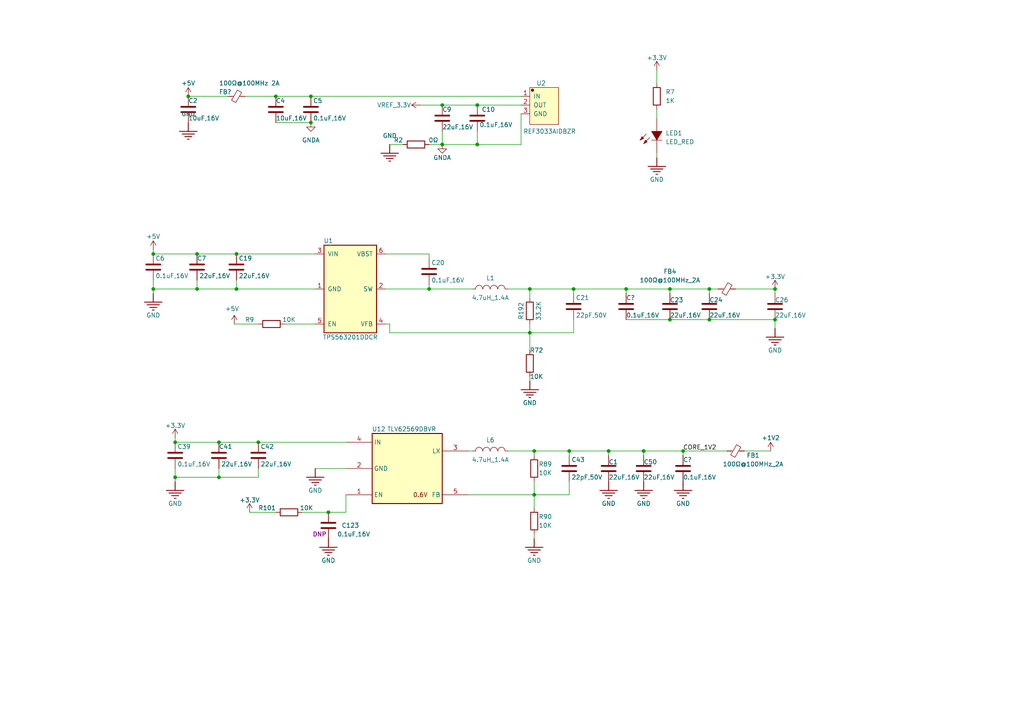
<source format=kicad_sch>
(kicad_sch (version 20230121) (generator eeschema)
  (paper "A4")
  (title_block (title "HPM5E00EVK") (date "2024-04-06") (rev "RevB") (comment 1 "POWER"))
  (lib_symbols
    (symbol "00_HPM_power:+1V2" (power) (pin_names (offset 0))
      (property "Value" "+1V2" (at 0 3.556 0))
      (symbol "+1V2_0_1"
        (polyline (pts (xy -0.762 1.27) (xy 0 2.54)))
        (polyline (pts (xy 0 0) (xy 0 2.54)))
        (polyline (pts (xy 0 2.54) (xy 0.762 1.27)))
      )
      (symbol "+1V2_1_1"
        (pin power_in line (at 0 0 90) (length 0) hide (name "+1V2") (number "1"))
      )
    )
    (symbol "00_HPM_power:+3.3V" (power) (pin_names (offset 0))
      (property "Value" "+3.3V" (at 0 3.556 0))
      (symbol "+3.3V_0_1"
        (polyline (pts (xy -0.762 1.27) (xy 0 2.54)))
        (polyline (pts (xy 0 0) (xy 0 2.54)))
        (polyline (pts (xy 0 2.54) (xy 0.762 1.27)))
      )
      (symbol "+3.3V_1_1"
        (pin power_in line (at 0 0 90) (length 0) hide (name "+3.3V") (number "1"))
      )
    )
    (symbol "00_HPM_power:+5V" (power) (pin_names (offset 0))
      (property "Value" "+5V" (at 0 3.556 0))
      (symbol "+5V_0_1"
        (polyline (pts (xy -0.762 1.27) (xy 0 2.54)))
        (polyline (pts (xy 0 0) (xy 0 2.54)))
        (polyline (pts (xy 0 2.54) (xy 0.762 1.27)))
      )
      (symbol "+5V_1_1"
        (pin power_in line (at 0 0 90) (length 0) hide (name "+5V") (number "1"))
      )
    )
    (symbol "00_HPM_power:GND" (power)
      (property "Value" "GND" (at 0 -6.35 0))
      (symbol "GND_0_0"
        (polyline (pts (xy -2.54 -2.54) (xy 2.54 -2.54)) (stroke (width 0.254)))
        (polyline (pts (xy -1.778 -3.302) (xy 1.778 -3.302)) (stroke (width 0.254)))
        (polyline (pts (xy -1.016 -4.064) (xy 1.016 -4.064)) (stroke (width 0.254)))
        (polyline (pts (xy -0.254 -4.826) (xy 0.254 -4.826)) (stroke (width 0.254)))
        (polyline (pts (xy 0 0) (xy 0 -2.54)) (stroke (width 0.254)))
        (pin power_in line (at 0 0 0) (length 0) hide (name "GND") (number ""))
      )
    )
    (symbol "00_HPM_power:GNDA" (power) (pin_names (offset 0))
      (property "Value" "GNDA" (at 0 -3.81 0))
      (symbol "GNDA_0_1"
        (polyline (pts (xy 0 0) (xy 0 -1.27) (xy 1.27 -1.27) (xy 0 -2.54) (xy -1.27 -1.27) (xy 0 -1.27)))
      )
      (symbol "GNDA_1_1"
        (pin power_in line (at 0 0 270) (length 0) hide (name "GNDA") (number "1"))
      )
    )
    (symbol "00_HPM_power:VREF_3.3V" (power) (pin_names (offset 0))
      (property "Value" "VREF_3.3V" (at 0 3.556 0))
      (symbol "VREF_3.3V_0_1"
        (polyline (pts (xy -0.762 1.27) (xy 0 2.54)))
        (polyline (pts (xy 0 0) (xy 0 2.54)))
        (polyline (pts (xy 0 2.54) (xy 0.762 1.27)))
      )
      (symbol "VREF_3.3V_1_1"
        (pin power_in line (at 0 0 90) (length 0) hide (name "VREF_3.3V") (number "1"))
      )
    )
    (symbol "01-HPM-Peripheral:LED_RED" (pin_numbers hide) (pin_names (offset 1.016) hide)
      (property "Reference" "LED" (at 0 10.16 0))
      (property "Value" "LED_RED" (at 0 13.97 0))
      (symbol "LED_RED_1_1"
        (polyline (pts (xy -2.54 1.524) (xy -2.54 -1.524)) (stroke (width 0.1524)))
        (polyline (pts (xy -1.778 2.032) (xy -3.556 3.81)) (stroke (width 0.1524)))
        (polyline (pts (xy -0.762 3.048) (xy -2.54 4.826)) (stroke (width 0.1524)))
        (polyline (pts (xy -3.556 3.81) (xy -2.54 3.302) (xy -3.048 2.794) (xy -3.556 3.81)) (stroke (width 0.1524)) (fill (type outline)))
        (polyline (pts (xy -2.54 4.826) (xy -1.524 4.318) (xy -2.032 3.81) (xy -2.54 4.826)) (stroke (width 0.1524)) (fill (type outline)))
        (polyline (pts (xy 0 -1.524) (xy -2.54 0) (xy 0 1.524) (xy 0 -1.524)) (stroke (width 0.1524)) (fill (type outline)))
        (pin input line (at -6.35 0 0) (length 3.81) (name "K") (number "1"))
        (pin input line (at 3.81 0 180) (length 3.81) (name "A") (number "2"))
      )
    )
    (symbol "02_HPM_Resistor:0Ω_0603" (pin_numbers hide) (pin_names (offset 0))
      (property "Reference" "R" (at 0 5.08 0))
      (property "Value" "0Ω" (at 1.27 7.62 0))
      (symbol "0Ω_0603_0_1"
        (rectangle (start 2.54 -1.016) (end -2.54 1.016) (stroke (width 0.254)))
      )
      (symbol "0Ω_0603_1_1"
        (pin passive line (at -3.81 0 0) (length 1.27) (name "~") (number "1"))
        (pin passive line (at 3.81 0 180) (length 1.27) (name "~") (number "2"))
      )
    )
    (symbol "02_HPM_Resistor:100K" (pin_numbers hide) (pin_names (offset 0))
      (property "Reference" "R" (at -5.08 1.27 0))
      (property "Value" "100K" (at 5.08 1.27 0))
      (symbol "100K_0_1"
        (rectangle (start 2.54 -1.016) (end -2.54 1.016) (stroke (width 0.254)))
      )
      (symbol "100K_1_1"
        (pin passive line (at -3.81 0 0) (length 1.27) (name "~") (number "1"))
        (pin passive line (at 3.81 0 180) (length 1.27) (name "~") (number "2"))
      )
    )
    (symbol "02_HPM_Resistor:10K_0402" (pin_numbers hide) (pin_names (offset 0))
      (property "Reference" "R" (at 0 3.81 0))
      (property "Value" "10K" (at 0 6.35 0))
      (symbol "10K_0402_0_1"
        (rectangle (start 2.54 -1.016) (end -2.54 1.016) (stroke (width 0.254)))
      )
      (symbol "10K_0402_1_1"
        (pin passive line (at -3.81 0 0) (length 1.27) (name "~") (number "1"))
        (pin passive line (at 3.81 0 180) (length 1.27) (name "~") (number "2"))
      )
    )
    (symbol "02_HPM_Resistor:1K_0402" (pin_numbers hide) (pin_names (offset 0))
      (property "Reference" "R" (at 0 3.81 0))
      (property "Value" "1K" (at 0 6.35 0))
      (symbol "1K_0402_0_1"
        (rectangle (start 2.54 -1.016) (end -2.54 1.016) (stroke (width 0.254)))
      )
      (symbol "1K_0402_1_1"
        (pin passive line (at -3.81 0 0) (length 1.27) (name "~") (number "1"))
        (pin passive line (at 3.81 0 180) (length 1.27) (name "~") (number "2"))
      )
    )
    (symbol "03_HPM_Capacitance:0.1uF,16V_0402" (pin_numbers hide) (pin_names (offset 0.254))
      (property "Reference" "C" (at -1.27 10.16 0))
      (property "Value" "0.1uF,16V" (at -5.08 12.7 0))
      (symbol "0.1uF,16V_0402_0_1"
        (polyline (pts (xy -2.032 -0.762) (xy 2.032 -0.762)) (stroke (width 0.508)))
        (polyline (pts (xy -2.032 0.762) (xy 2.032 0.762)) (stroke (width 0.508)))
      )
      (symbol "0.1uF,16V_0402_1_1"
        (pin passive line (at 0 3.81 270) (length 2.794) (name "~") (number "1"))
        (pin passive line (at 0 -3.81 90) (length 2.794) (name "~") (number "2"))
      )
    )
    (symbol "03_HPM_Capacitance:10uF,16V_0603" (pin_numbers hide) (pin_names (offset 0.254))
      (property "Reference" "C" (at 0.635 2.54 0))
      (property "Value" "10uF,16V" (at 0.635 -2.54 0))
      (symbol "10uF,16V_0603_0_1"
        (polyline (pts (xy -2.032 -0.762) (xy 2.032 -0.762)) (stroke (width 0.508)))
        (polyline (pts (xy -2.032 0.762) (xy 2.032 0.762)) (stroke (width 0.508)))
      )
      (symbol "10uF,16V_0603_1_1"
        (pin passive line (at 0 3.81 270) (length 2.794) (name "~") (number "1"))
        (pin passive line (at 0 -3.81 90) (length 2.794) (name "~") (number "2"))
      )
    )
    (symbol "03_HPM_Capacitance:22pF,50V_0402" (pin_numbers hide) (pin_names (offset 0.254))
      (property "Reference" "C" (at 0.635 2.54 0))
      (property "Value" "22pF,50V" (at 0.635 -2.54 0))
      (symbol "22pF,50V_0402_0_1"
        (polyline (pts (xy -2.032 -0.762) (xy 2.032 -0.762)) (stroke (width 0.508)))
        (polyline (pts (xy -2.032 0.762) (xy 2.032 0.762)) (stroke (width 0.508)))
      )
      (symbol "22pF,50V_0402_1_1"
        (pin passive line (at 0 3.81 270) (length 2.794) (name "~") (number "1"))
        (pin passive line (at 0 -3.81 90) (length 2.794) (name "~") (number "2"))
      )
    )
    (symbol "03_HPM_Capacitance:22uF,16V,_0805" (pin_numbers hide) (pin_names (offset 0.254))
      (property "Reference" "C" (at 0.635 2.54 0))
      (property "Value" "22uF,16V" (at 0.635 -2.54 0))
      (symbol "22uF,16V,_0805_0_1"
        (polyline (pts (xy -2.032 -0.762) (xy 2.032 -0.762)) (stroke (width 0.508)))
        (polyline (pts (xy -2.032 0.762) (xy 2.032 0.762)) (stroke (width 0.508)))
      )
      (symbol "22uF,16V,_0805_1_1"
        (pin passive line (at 0 3.81 270) (length 2.794) (name "~") (number "1"))
        (pin passive line (at 0 -3.81 90) (length 2.794) (name "~") (number "2"))
      )
    )
    (symbol "07_HPM_Inductance:4.7uH_1.4A" (pin_numbers hide) (pin_names (offset 1.016) hide)
      (property "Reference" "L" (at 0 3.175 0))
      (property "Value" "4.7uH_1.4A" (at 0 -2.54 0))
      (symbol "4.7uH_1.4A_1_1"
        (arc (start -3.2766 1.0922) (mid -4.0214 0.7672) (end -4.2926 0))
        (arc (start -2.286 0) (mid -2.5476 0.7513) (end -3.2766 1.0922))
        (arc (start -1.143 1.0922) (mid -1.8885 0.7665) (end -2.1336 0))
        (arc (start -0.127 0) (mid -0.3961 0.7692) (end -1.143 1.0922))
        (arc (start 1.016 1.0922) (mid 0.2712 0.7672) (end 0 0))
        (arc (start 2.032 0) (mid 1.7629 0.7692) (end 1.016 1.0922))
        (arc (start 3.2004 1.0922) (mid 2.4549 0.7665) (end 2.2098 0))
        (arc (start 4.2164 0) (mid 3.9473 0.7692) (end 3.2004 1.0922))
        (pin input line (at -5.08 0 0) (length 0.762) (name "1") (number "1"))
        (pin input line (at 5.08 0 180) (length 0.762) (name "2") (number "2"))
      )
    )
    (symbol "07_HPM_Inductance:磁珠-100Ω@100MHz_2A-0805" (pin_numbers hide) (pin_names (offset 0))
      (property "Reference" "FB" (at -2.54 1.27 0))
      (property "Value" "100Ω@100MHz_2A" (at -6.35 -3.81 0))
      (symbol "磁珠-100Ω@100MHz_2A-0805_0_1"
        (polyline (pts (xy 1.27 0) (xy 1.7526 0)))
        (polyline (pts (xy 3.429 0) (xy 3.8354 0)))
        (polyline (pts (xy 2.8194 1.8288) (xy 4.0386 1.1176) (xy 2.3368 -1.8288) (xy 1.1176 -1.1176) (xy 2.8194 1.8288)))
      )
      (symbol "磁珠-100Ω@100MHz_2A-0805_1_1"
        (pin passive line (at 5.08 0 180) (length 1.27) (name "~") (number "1"))
        (pin passive line (at 0 0 0) (length 1.27) (name "~") (number "2"))
      )
    )
    (symbol "07_HPM_Inductance:磁珠-100Ω@100MHz_2A_0603" (pin_numbers hide) (pin_names (offset 0))
      (property "Reference" "FB" (at -2.54 1.27 0))
      (property "Value" "100Ω@100MHz_2A" (at -6.35 -3.81 0))
      (symbol "磁珠-100Ω@100MHz_2A_0603_0_1"
        (polyline (pts (xy 1.27 0) (xy 1.7526 0)))
        (polyline (pts (xy 3.429 0) (xy 3.8354 0)))
        (polyline (pts (xy 2.8194 1.8288) (xy 4.0386 1.1176) (xy 2.3368 -1.8288) (xy 1.1176 -1.1176) (xy 2.8194 1.8288)))
      )
      (symbol "磁珠-100Ω@100MHz_2A_0603_1_1"
        (pin passive line (at 5.08 0 180) (length 1.27) (name "~") (number "1"))
        (pin passive line (at 0 0 0) (length 1.27) (name "~") (number "2"))
      )
    )
    (symbol "08_HPM_Power_IC:REF3033AIDBZR" (pin_names (offset 1.016))
      (property "Reference" "U" (at 0 8.382 0))
      (property "Value" "REF3033AIDBZR" (at 0 13.462 0))
      (symbol "REF3033AIDBZR_1_1"
        (rectangle (start -5.08 5.842) (end 5.588 -2.54) (stroke (width 0.1524)) (fill (type background)))
        (circle (center -4.318 -1.778) (radius 0.381) (stroke (width 0.1524)) (fill (type outline)))
        (pin input line (at -2.54 -5.08 90) (length 2.54) (name "IN") (number "1"))
        (pin input line (at 0 -5.08 90) (length 2.54) (name "OUT") (number "2"))
        (pin input line (at 2.54 -5.08 90) (length 2.54) (name "GND") (number "3"))
      )
    )
    (symbol "08_HPM_Power_IC:SM8082AAAC"
      (property "Reference" "U" (at 9.525 1.27 0))
      (property "Value" "SM8082AAAC" (at 19.05 1.27 0))
      (symbol "SM8082AAAC_1_0"
        (rectangle (start 27.94 0) (end 7.62 -20.32) (stroke (width 0.3)) (fill (type background)))
        (pin passive line (at 0 -17.78 0) (length 7.62) (name "EN") (number "1"))
        (pin passive line (at 0 -10.16 0) (length 7.62) (name "GND") (number "2"))
        (pin passive line (at 35.56 -5.08 180) (length 7.62) (name "LX") (number "3"))
        (pin passive line (at 0 -2.54 0) (length 7.62) (name "IN") (number "4"))
        (pin passive line (at 35.56 -17.78 180) (length 7.62) (name "FB") (number "5"))
      )
      (symbol "SM8082AAAC_1_1"
        (text "0.6V" (at 21.59 -17.78 0) (effects (font (size 1.27 1.27))))
      )
    )
    (symbol "08_Power_IC:TPS564201DDCR" (pin_names (offset 1.016))
      (property "Reference" "U" (at -6.35 11.43 0))
      (property "Value" "TPS564201DDCR" (at 1.27 -17.78 0))
      (symbol "TPS564201DDCR_1_1"
        (rectangle (start -7.62 10.16) (end 7.62 -15.24) (stroke (width 0.3)) (fill (type background)))
        (pin input line (at -10.16 -2.54 0) (length 2.54) (name "GND") (number "1"))
        (pin input line (at 10.16 -2.54 180) (length 2.54) (name "SW") (number "2"))
        (pin input line (at -10.16 7.62 0) (length 2.54) (name "VIN") (number "3"))
        (pin input line (at 10.16 -12.7 180) (length 2.54) (name "VFB") (number "4"))
        (pin input line (at -10.16 -12.7 0) (length 2.54) (name "EN") (number "5"))
        (pin input line (at 10.16 7.62 180) (length 2.54) (name "VBST") (number "6"))
      )
    )
  )
  (junction (at 176.53 130.81))
  (junction (at 90.17 27.94))
  (junction (at 57.15 73.66))
  (junction (at 138.43 30.48))
  (junction (at 198.12 130.81))
  (junction (at 44.45 73.66))
  (junction (at 63.5 138.43))
  (junction (at 154.94 130.81))
  (junction (at 90.17 35.56))
  (junction (at 194.31 92.71))
  (junction (at 74.93 128.27))
  (junction (at 54.61 27.94))
  (junction (at 181.61 83.82))
  (junction (at 44.45 83.82))
  (junction (at 50.8 128.27))
  (junction (at 138.43 41.91))
  (junction (at 194.31 83.82))
  (junction (at 57.15 83.82))
  (junction (at 153.67 83.82))
  (junction (at 68.58 73.66))
  (junction (at 166.37 83.82))
  (junction (at 186.69 130.81))
  (junction (at 205.74 83.82))
  (junction (at 205.74 92.71))
  (junction (at 128.27 41.91))
  (junction (at 80.01 27.94))
  (junction (at 95.25 148.59))
  (junction (at 63.5 128.27))
  (junction (at 68.58 83.82))
  (junction (at 165.1 130.81))
  (junction (at 224.79 92.71))
  (junction (at 154.94 143.51))
  (junction (at 128.27 30.48))
  (junction (at 124.46 83.82))
  (junction (at 224.79 83.82))
  (junction (at 153.67 96.52))
  (junction (at 50.8 138.43))
  (wire (pts (xy 80.01 27.94) (xy 90.17 27.94)))
  (wire (pts (xy 166.37 92.71) (xy 166.37 96.52)))
  (wire (pts (xy 111.76 83.82) (xy 124.46 83.82)))
  (wire (pts (xy 91.44 135.89) (xy 100.33 135.89)))
  (wire (pts (xy 138.43 41.91) (xy 151.13 41.91)))
  (wire (pts (xy 74.93 128.27) (xy 100.33 128.27)))
  (wire (pts (xy 224.79 83.82) (xy 224.79 85.09)))
  (wire (pts (xy 176.53 130.81) (xy 186.69 130.81)))
  (wire (pts (xy 111.76 93.98) (xy 113.03 93.98)))
  (wire (pts (xy 124.46 82.55) (xy 124.46 83.82)))
  (wire (pts (xy 186.69 130.81) (xy 186.69 132.08)))
  (wire (pts (xy 63.5 138.43) (xy 74.93 138.43)))
  (wire (pts (xy 135.89 143.51) (xy 154.94 143.51)))
  (wire (pts (xy 82.55 93.98) (xy 91.44 93.98)))
  (wire (pts (xy 205.74 92.71) (xy 224.79 92.71)))
  (wire (pts (xy 57.15 73.66) (xy 68.58 73.66)))
  (wire (pts (xy 68.58 83.82) (xy 91.44 83.82)))
  (wire (pts (xy 153.67 110.49) (xy 153.67 109.22)) (stroke (width 0.15)))
  (wire (pts (xy 147.32 130.81) (xy 154.94 130.81)))
  (wire (pts (xy 224.79 92.71) (xy 224.79 95.25)))
  (wire (pts (xy 154.94 130.81) (xy 165.1 130.81)))
  (wire (pts (xy 154.94 130.81) (xy 154.94 132.08)))
  (wire (pts (xy 113.03 93.98) (xy 113.03 96.52)))
  (wire (pts (xy 135.89 130.81) (xy 137.16 130.81)))
  (wire (pts (xy 68.58 73.66) (xy 91.44 73.66)))
  (wire (pts (xy 198.12 130.81) (xy 210.82 130.81)))
  (wire (pts (xy 153.67 83.82) (xy 153.67 86.36)))
  (wire (pts (xy 111.76 73.66) (xy 124.46 73.66)))
  (wire (pts (xy 154.94 143.51) (xy 154.94 147.32)))
  (wire (pts (xy 128.27 41.91) (xy 138.43 41.91)))
  (wire (pts (xy 68.58 83.82) (xy 68.58 81.28)))
  (wire (pts (xy 80.01 27.94) (xy 71.12 27.94)))
  (wire (pts (xy 153.67 96.52) (xy 166.37 96.52)))
  (wire (pts (xy 124.46 41.91) (xy 128.27 41.91)))
  (wire (pts (xy 128.27 30.48) (xy 138.43 30.48)))
  (wire (pts (xy 54.61 27.94) (xy 66.04 27.94)))
  (wire (pts (xy 44.45 73.66) (xy 44.45 72.39)))
  (wire (pts (xy 153.67 96.52) (xy 153.67 101.6)))
  (wire (pts (xy 124.46 73.66) (xy 124.46 74.93)))
  (wire (pts (xy 121.92 30.48) (xy 128.27 30.48)))
  (wire (pts (xy 166.37 85.09) (xy 166.37 83.82)))
  (wire (pts (xy 63.5 128.27) (xy 50.8 128.27)))
  (wire (pts (xy 213.36 83.82) (xy 224.79 83.82)))
  (wire (pts (xy 50.8 138.43) (xy 50.8 135.89)))
  (wire (pts (xy 154.94 143.51) (xy 165.1 143.51)))
  (wire (pts (xy 50.8 138.43) (xy 63.5 138.43)))
  (wire (pts (xy 181.61 92.71) (xy 194.31 92.71)))
  (wire (pts (xy 215.9 130.81) (xy 223.52 130.81)))
  (wire (pts (xy 194.31 83.82) (xy 194.31 85.09)))
  (wire (pts (xy 190.5 44.45) (xy 190.5 45.72)))
  (wire (pts (xy 181.61 83.82) (xy 181.61 85.09)))
  (wire (pts (xy 90.17 27.94) (xy 151.13 27.94)))
  (wire (pts (xy 165.1 132.08) (xy 165.1 130.81)))
  (wire (pts (xy 154.94 139.7) (xy 154.94 143.51)))
  (wire (pts (xy 44.45 85.09) (xy 44.45 83.82)))
  (wire (pts (xy 147.32 83.82) (xy 153.67 83.82)))
  (wire (pts (xy 153.67 93.98) (xy 153.67 96.52)))
  (wire (pts (xy 124.46 83.82) (xy 137.16 83.82)))
  (wire (pts (xy 57.15 73.66) (xy 44.45 73.66)))
  (wire (pts (xy 44.45 83.82) (xy 44.45 81.28)))
  (wire (pts (xy 67.945 93.98) (xy 74.93 93.98)))
  (wire (pts (xy 190.5 20.32) (xy 190.5 24.13)) (stroke (width 0.15)))
  (wire (pts (xy 186.69 130.81) (xy 198.12 130.81)))
  (wire (pts (xy 50.8 128.27) (xy 50.8 127)))
  (wire (pts (xy 57.15 83.82) (xy 68.58 83.82)))
  (wire (pts (xy 166.37 83.82) (xy 181.61 83.82)))
  (wire (pts (xy 154.94 156.21) (xy 154.94 154.94)) (stroke (width 0.15)))
  (wire (pts (xy 95.25 148.59) (xy 100.33 148.59)))
  (wire (pts (xy 74.93 138.43) (xy 74.93 135.89)))
  (wire (pts (xy 128.27 41.91) (xy 128.27 38.1)))
  (wire (pts (xy 63.5 128.27) (xy 74.93 128.27)))
  (wire (pts (xy 63.5 138.43) (xy 63.5 135.89)))
  (wire (pts (xy 113.03 41.91) (xy 116.84 41.91)))
  (wire (pts (xy 198.12 130.81) (xy 198.12 132.08)))
  (wire (pts (xy 44.45 83.82) (xy 57.15 83.82)))
  (wire (pts (xy 113.03 96.52) (xy 153.67 96.52)))
  (wire (pts (xy 100.33 148.59) (xy 100.33 143.51)))
  (wire (pts (xy 80.01 35.56) (xy 90.17 35.56)))
  (wire (pts (xy 72.39 148.59) (xy 80.01 148.59)))
  (wire (pts (xy 151.13 41.91) (xy 151.13 33.02)))
  (wire (pts (xy 138.43 30.48) (xy 151.13 30.48)))
  (wire (pts (xy 176.53 130.81) (xy 176.53 132.08)))
  (wire (pts (xy 87.63 148.59) (xy 95.25 148.59)))
  (wire (pts (xy 181.61 83.82) (xy 194.31 83.82)))
  (wire (pts (xy 138.43 41.91) (xy 138.43 38.1)))
  (wire (pts (xy 50.8 139.7) (xy 50.8 138.43)))
  (wire (pts (xy 57.15 83.82) (xy 57.15 81.28)))
  (wire (pts (xy 205.74 83.82) (xy 208.28 83.82)))
  (wire (pts (xy 194.31 92.71) (xy 205.74 92.71)))
  (wire (pts (xy 165.1 130.81) (xy 176.53 130.81)))
  (wire (pts (xy 194.31 83.82) (xy 205.74 83.82)))
  (wire (pts (xy 165.1 139.7) (xy 165.1 143.51)))
  (wire (pts (xy 205.74 83.82) (xy 205.74 85.09)))
  (wire (pts (xy 190.5 31.75) (xy 190.5 34.29)))
  (wire (pts (xy 153.67 83.82) (xy 166.37 83.82)))
  (label "CORE_1V2" (at 198.12 130.81 0))
  (symbol (lib_id "00_HPM_power:+3.3V") (at 50.8 127 0) (unit 1)
    (property "Reference" "#PWR075" (effects hide))
    (property "Value" "+3.3V" (at 50.8 123.444 0))
  )
  (symbol (lib_id "00_HPM_power:GND") (at 186.69 139.7 0) (unit 1)
    (property "Reference" "#PWR0255" (effects hide))
    (property "Value" "GND" (at 186.69 146.05 0))
  )
  (symbol (lib_id "00_HPM_power:GND") (at 54.61 35.56 0) (unit 1)
    (property "Reference" "#PWR06" (effects hide))
    (property "Value" "GND" (at 54.61 33.02 0))
  )
  (symbol (lib_id "08_HPM_Power_IC:REF3033AIDBZR") (at 156.21 30.48 270) (unit 1)
    (property "Reference" "U2" (at 155.575 24.13 90) (effects (justify left)))
    (property "Value" "REF3033AIDBZR" (at 151.765 38.1 90) (effects (justify left)))
    (property "Footprint" "06_HPM_SOT:SOT-23" (effects hide))
    (property "Model" "REF3033AIDBZR" (effects hide))
    (property "Company" "TI" (effects hide))
  )
  (symbol (lib_id "00_HPM_power:+3.3V") (at 190.5 20.32 0) (unit 1)
    (property "Reference" "#PWR027" (effects hide))
    (property "Value" "+3.3V" (at 190.5 16.764 0))
  )
  (symbol (lib_id "03_HPM_Capacitance:22uF,16V,_0805") (at 176.53 135.89 0) (unit 1)
    (property "Reference" "C1" (at 176.53 133.985 0) (effects (justify left)))
    (property "Value" "22uF,16V" (at 176.53 138.43 0) (effects (justify left)))
    (property "Footprint" "03_HPM_Capacitance:C_0805_2012Metric" (effects hide))
    (property "Model" " CL21A226MOQNNNE" (effects hide))
    (property "Company" " SAMSUNG(三星)" (effects hide))
  )
  (symbol (lib_id "00_HPM_power:+3.3V") (at 224.79 83.82 0) (unit 1)
    (property "Reference" "#PWR026" (effects hide))
    (property "Value" "+3.3V" (at 224.79 80.264 0))
  )
  (symbol (lib_id "02_HPM_Resistor:0Ω_0603") (at 120.65 41.91 0) (unit 1)
    (property "Reference" "R2" (at 115.57 40.64 0))
    (property "Value" "0Ω" (at 125.73 40.64 0))
    (property "Footprint" "02_HPM_Resistor:R_0603_1608Metric" (effects hide))
    (property "Model" "0603WAF0000T5E" (effects hide))
    (property "Company" "UNI-ROYAL(厚声)" (effects hide))
  )
  (symbol (lib_id "00_HPM_power:+1V2") (at 223.52 130.81 0) (unit 1)
    (property "Reference" "#PWR0254" (effects hide))
    (property "Value" "+1V2" (at 223.52 127 0))
  )
  (symbol (lib_id "03_HPM_Capacitance:0.1uF,16V_0402") (at 124.46 78.74 0) (unit 1)
    (property "Reference" "C20" (at 125.095 76.2 0) (effects (justify left)))
    (property "Value" "0.1uF,16V" (at 125.095 81.28 0) (effects (justify left)))
    (property "Footprint" "03_HPM_Capacitance:C_0402_1005Metric" (effects hide))
    (property "Model" "CL05B104KO5NNNC" (effects hide))
    (property "Company" "SAMSUNG(三星)" (effects hide))
  )
  (symbol (lib_id "03_HPM_Capacitance:0.1uF,16V_0402") (at 90.17 31.75 0) (unit 1)
    (property "Reference" "C5" (at 90.805 29.21 0) (effects (justify left)))
    (property "Value" "0.1uF,16V" (at 90.805 34.29 0) (effects (justify left)))
    (property "Footprint" "03_HPM_Capacitance:C_0402_1005Metric" (effects hide))
    (property "Model" "CL05B104KO5NNNC" (effects hide))
    (property "Company" "SAMSUNG(三星)" (effects hide))
  )
  (symbol (lib_id "00_HPM_power:+5V") (at 44.45 72.39 0) (unit 1)
    (property "Reference" "#PWR02" (effects hide))
    (property "Value" "+5V" (at 44.45 68.58 0))
  )
  (symbol (lib_id "00_HPM_power:GND") (at 154.94 156.21 0) (unit 1)
    (property "Reference" "#PWR091" (effects hide))
    (property "Value" "GND" (at 154.94 162.56 0))
  )
  (symbol (lib_id "03_HPM_Capacitance:22uF,16V,_0805") (at 186.69 135.89 0) (unit 1)
    (property "Reference" "C50" (at 186.69 133.985 0) (effects (justify left)))
    (property "Value" "22uF,16V" (at 186.69 138.43 0) (effects (justify left)))
    (property "Footprint" "03_HPM_Capacitance:C_0805_2012Metric" (effects hide))
    (property "Model" " CL21A226MOQNNNE" (effects hide))
    (property "Company" " SAMSUNG(三星)" (effects hide))
  )
  (symbol (lib_id "03_HPM_Capacitance:10uF,16V_0603") (at 54.61 31.75 0) (unit 1)
    (property "Reference" "C2" (at 54.61 29.21 0) (effects (justify left)))
    (property "Value" "10uF,16V" (at 54.61 34.29 0) (effects (justify left)))
    (property "Footprint" "03_HPM_Capacitance:C_0603_1608Metric" (effects hide))
    (property "Model" "CL10A106KO8NQNC" (effects hide))
    (property "Company" " SAMSUNG(三星)" (effects hide))
  )
  (symbol (lib_id "00_HPM_power:GND") (at 95.25 156.21 0) (unit 1)
    (property "Reference" "#PWR0253" (effects hide))
    (property "Value" "GND" (at 95.25 162.56 0))
  )
  (symbol (lib_id "00_HPM_power:GND") (at 224.79 95.25 0) (unit 1)
    (property "Reference" "#PWR030" (effects hide))
    (property "Value" "GND" (at 224.79 101.6 0))
  )
  (symbol (lib_id "03_HPM_Capacitance:0.1uF,16V_0402") (at 198.12 135.89 0) (unit 1)
    (property "Reference" "C?" (at 198.12 133.35 0) (effects (justify left)))
    (property "Value" "0.1uF,16V" (at 198.12 138.43 0) (effects (justify left)))
    (property "Footprint" "03_HPM_Capacitance:C_0402_1005Metric" (effects hide))
    (property "Model" "CL05B104KO5NNNC" (effects hide))
    (property "Company" "SAMSUNG(三星)" (effects hide))
    (instances (project "HPM6E00 SKT Board BGA289_BDIF REVA" (path "" (reference "C?") (unit 1)) (path "" (reference "C?") (unit 1))) (project "HPM5300-CON-JTAG" (path "" (reference "C?") (unit 1))) (project "HPM5E00EVKRevC" (path "" (reference "C?") (unit 1)) (path "" (reference "C74") (unit 1)) (path "" (reference "C48") (unit 1)) (path "" (reference "C80") (unit 1)) (path "" (reference "C122") (unit 1))) (project "HPM5300 SKT Board LQFP100 REVA" (path "" (reference "C?") (unit 1))))
  )
  (symbol (lib_id "03_HPM_Capacitance:22uF,16V,_0805") (at 194.31 88.9 0) (unit 1)
    (property "Reference" "C23" (at 194.31 86.995 0) (effects (justify left)))
    (property "Value" "22uF,16V" (at 194.31 91.44 0) (effects (justify left)))
    (property "Footprint" "03_HPM_Capacitance:C_0805_2012Metric" (effects hide))
    (property "Model" " CL21A226MOQNNNE" (effects hide))
    (property "Company" " SAMSUNG(三星)" (effects hide))
  )
  (symbol (lib_id "00_HPM_power:GND") (at 50.8 139.7 0) (unit 1)
    (property "Reference" "#PWR077" (effects hide))
    (property "Value" "GND" (at 50.8 146.05 0))
  )
  (symbol (lib_id "03_HPM_Capacitance:0.1uF,16V_0402") (at 50.8 132.08 0) (unit 1)
    (property "Reference" "C39" (at 51.435 129.54 0) (effects (justify left)))
    (property "Value" "0.1uF,16V" (at 51.435 134.62 0) (effects (justify left)))
    (property "Footprint" "03_HPM_Capacitance:C_0402_1005Metric" (effects hide))
    (property "Model" "CL05B104KO5NNNC" (effects hide))
    (property "Company" "SAMSUNG(三星)" (effects hide))
  )
  (symbol (lib_id "07_HPM_Inductance:磁珠-100Ω@100MHz_2A_0603") (at 66.04 27.94 0) (unit 1)
    (property "Reference" "FB?" (at 63.5 26.67 0) (effects (justify left)))
    (property "Value" "100Ω@100MHz 2A" (at 63.5 24.13 0) (effects (justify left)))
    (property "Footprint" "02_HPM_Resistor:R_0603_1608Metric" (effects hide))
    (property "Model" "PZ1608D101-2R0TF" (effects hide))
    (property "Company" " Sunlord(顺络)" (effects hide))
    (instances (project "HPM5E00EVKRevC" (path "" (reference "FB?") (unit 1)) (path "" (reference "FB2") (unit 1))))
  )
  (symbol (lib_id "03_HPM_Capacitance:22pF,50V_0402") (at 165.1 135.89 0) (unit 1)
    (property "Reference" "C43" (at 165.735 133.35 0) (effects (justify left)))
    (property "Value" "22pF,50V" (at 165.735 138.43 0) (effects (justify left)))
    (property "Footprint" "03_HPM_Capacitance:C_0402_1005Metric" (effects hide))
    (property "Model" "CL05C220JB5NNNC" (effects hide))
    (property "Company" " SAMSUNG(三星)" (effects hide))
  )
  (symbol (lib_id "00_HPM_power:GND") (at 91.44 135.89 0) (unit 1)
    (property "Reference" "#PWR0173" (effects hide))
    (property "Value" "GND" (at 91.44 142.24 0))
  )
  (symbol (lib_id "03_HPM_Capacitance:22uF,16V,_0805") (at 74.93 132.08 0) (unit 1)
    (property "Reference" "C42" (at 75.565 129.54 0) (effects (justify left)))
    (property "Value" "22uF,16V" (at 75.565 134.62 0) (effects (justify left)))
    (property "Footprint" "03_HPM_Capacitance:C_0805_2012Metric" (effects hide))
    (property "Model" " CL21A226MOQNNNE" (effects hide))
    (property "Company" " SAMSUNG(三星)" (effects hide))
  )
  (symbol (lib_id "03_HPM_Capacitance:0.1uF,16V_0402") (at 181.61 88.9 0) (unit 1)
    (property "Reference" "C?" (at 181.61 86.36 0) (effects (justify left)))
    (property "Value" "0.1uF,16V" (at 181.61 91.44 0) (effects (justify left)))
    (property "Footprint" "03_HPM_Capacitance:C_0402_1005Metric" (effects hide))
    (property "Model" "CL05B104KO5NNNC" (effects hide))
    (property "Company" "SAMSUNG(三星)" (effects hide))
    (instances (project "HPM6E00 SKT Board BGA289_BDIF REVA" (path "" (reference "C?") (unit 1)) (path "" (reference "C?") (unit 1))) (project "HPM5300-CON-JTAG" (path "" (reference "C?") (unit 1))) (project "HPM5E00EVKRevC" (path "" (reference "C?") (unit 1)) (path "" (reference "C74") (unit 1)) (path "" (reference "C48") (unit 1)) (path "" (reference "C80") (unit 1)) (path "" (reference "C121") (unit 1))) (project "HPM5300 SKT Board LQFP100 REVA" (path "" (reference "C?") (unit 1))))
  )
  (symbol (lib_id "03_HPM_Capacitance:22uF,16V,_0805") (at 205.74 88.9 0) (unit 1)
    (property "Reference" "C24" (at 205.74 86.995 0) (effects (justify left)))
    (property "Value" "22uF,16V" (at 205.74 91.44 0) (effects (justify left)))
    (property "Footprint" "03_HPM_Capacitance:C_0805_2012Metric" (effects hide))
    (property "Model" " CL21A226MOQNNNE" (effects hide))
    (property "Company" " SAMSUNG(三星)" (effects hide))
  )
  (symbol (lib_id "00_HPM_power:GNDA") (at 90.17 35.56 0) (unit 1)
    (property "Reference" "#PWR07" (effects hide))
    (property "Value" "GNDA" (at 90.17 40.64 0))
  )
  (symbol (lib_id "08_Power_IC:TPS564201DDCR") (at 101.6 81.28 0) (unit 1)
    (property "Reference" "U1" (at 95.25 69.85 0))
    (property "Value" "TPS563201DDCR" (at 101.6 97.79 0))
    (property "Footprint" "06_HPM_SOT:SOT-23-6" (effects hide))
    (property "Model" "TPS563201DDCR" (effects hide))
    (property "Company" "TI" (effects hide))
  )
  (symbol (lib_id "07_HPM_Inductance:4.7uH_1.4A") (at 142.24 83.82 0) (unit 1)
    (property "Reference" "L1" (at 142.24 80.645 0))
    (property "Value" "4.7uH_1.4A" (at 142.24 86.36 0))
    (property "Footprint" "07_HPM_Inductance:L1008" (effects hide))
    (property "Model" "DFE252010F-4R7M" (effects hide))
    (property "Company" "muRata(村田)" (effects hide))
  )
  (symbol (lib_id "03_HPM_Capacitance:10uF,16V_0603") (at 80.01 31.75 0) (unit 1)
    (property "Reference" "C4" (at 80.01 29.21 0) (effects (justify left)))
    (property "Value" "10uF,16V" (at 80.01 34.29 0) (effects (justify left)))
    (property "Footprint" "03_HPM_Capacitance:C_0603_1608Metric" (effects hide))
    (property "Model" "CL10A106KO8NQNC" (effects hide))
    (property "Company" " SAMSUNG(三星)" (effects hide))
  )
  (symbol (lib_id "03_HPM_Capacitance:22uF,16V,_0805") (at 57.15 77.47 0) (unit 1)
    (property "Reference" "C7" (at 57.15 74.93 0) (effects (justify left)))
    (property "Value" "22uF,16V" (at 57.785 80.01 0) (effects (justify left)))
    (property "Footprint" "03_HPM_Capacitance:C_0805_2012Metric" (effects hide))
    (property "Model" " CL21A226MOQNNNE" (effects hide))
    (property "Company" " SAMSUNG(三星)" (effects hide))
  )
  (symbol (lib_id "00_HPM_power:GNDA") (at 128.27 41.91 0) (unit 1)
    (property "Reference" "#PWR09" (effects hide))
    (property "Value" "GNDA" (at 128.27 45.72 0))
  )
  (symbol (lib_id "03_HPM_Capacitance:0.1uF,16V_0402") (at 44.45 77.47 0) (unit 1)
    (property "Reference" "C6" (at 45.085 74.93 0) (effects (justify left)))
    (property "Value" "0.1uF,16V" (at 45.085 80.01 0) (effects (justify left)))
    (property "Footprint" "03_HPM_Capacitance:C_0402_1005Metric" (effects hide))
    (property "Model" "CL05B104KO5NNNC" (effects hide))
    (property "Company" "SAMSUNG(三星)" (effects hide))
  )
  (symbol (lib_id "07_HPM_Inductance:磁珠-100Ω@100MHz_2A-0805") (at 210.82 130.81 0) (unit 1)
    (property "Reference" "FB1" (at 218.44 132.08 0))
    (property "Value" "100Ω@100MHz_2A" (at 218.44 134.62 0))
    (property "Footprint" "02_HPM_Resistor:R_0805_2012Metric" (effects hide))
    (property "Model" "PZ2012U101-2R0TF" (effects hide))
    (property "Company" " Sunlord(顺络)" (effects hide))
  )
  (symbol (lib_id "08_HPM_Power_IC:SM8082AAAC") (at 100.33 125.73 0) (unit 1)
    (property "Reference" "U12" (at 109.855 124.46 0))
    (property "Value" "TLV62569DBVR" (at 119.38 124.46 0))
    (property "Footprint" "06_HPM_SOT:SOT-23-5" (effects hide))
    (property "Model" "TLV62569DBVR" (effects hide))
    (property "Company" "TI" (effects hide))
  )
  (symbol (lib_id "07_HPM_Inductance:4.7uH_1.4A") (at 142.24 130.81 0) (unit 1)
    (property "Reference" "L6" (at 142.24 127.635 0))
    (property "Value" "4.7uH_1.4A" (at 142.24 133.35 0))
    (property "Footprint" "07_HPM_Inductance:L1008" (effects hide))
    (property "Model" "DFE252010F-4R7M" (effects hide))
    (property "Company" "muRata(村田)" (effects hide))
  )
  (symbol (lib_id "00_HPM_power:+5V") (at 67.945 93.98 0) (unit 1)
    (property "Reference" "#PWR010" (effects hide))
    (property "Value" "+5V" (at 67.31 89.535 0))
  )
  (symbol (lib_id "00_HPM_power:+3.3V") (at 72.39 148.59 0) (unit 1)
    (property "Reference" "#PWR0158" (effects hide))
    (property "Value" "+3.3V" (at 72.39 145.034 0))
  )
  (symbol (lib_id "07_HPM_Inductance:磁珠-100Ω@100MHz_2A-0805") (at 208.28 83.82 0) (unit 1)
    (property "Reference" "FB4" (at 194.31 78.74 0))
    (property "Value" "100Ω@100MHz_2A" (at 194.31 81.28 0))
    (property "Footprint" "02_HPM_Resistor:R_0805_2012Metric" (effects hide))
    (property "Model" "PZ2012U101-2R0TF" (effects hide))
    (property "Company" " Sunlord(顺络)" (effects hide))
  )
  (symbol (lib_id "00_HPM_power:VREF_3.3V") (at 121.92 30.48 90) (unit 1)
    (property "Reference" "#PWR04" (effects hide))
    (property "Value" "VREF_3.3V" (at 114.3 30.48 90))
  )
  (symbol (lib_id "00_HPM_power:+5V") (at 54.61 27.94 0) (unit 1)
    (property "Reference" "#PWR03" (effects hide))
    (property "Value" "+5V" (at 54.61 24.13 0))
  )
  (symbol (lib_id "01-HPM-Peripheral:LED_RED") (at 190.5 38.1 90) (unit 1)
    (property "Reference" "LED1" (at 193.04 38.608 90) (effects (justify right)))
    (property "Value" "LED_RED" (at 193.04 41.148 90) (effects (justify right)))
    (property "Footprint" "01_HPM_Peripheral:LED_0603" (effects hide))
    (property "Model" "NCD0603R1" (effects hide))
    (property "Company" "国星光电" (effects hide))
  )
  (symbol (lib_id "03_HPM_Capacitance:22uF,16V,_0805") (at 68.58 77.47 0) (unit 1)
    (property "Reference" "C19" (at 69.215 74.93 0) (effects (justify left)))
    (property "Value" "22uF,16V" (at 69.215 80.01 0) (effects (justify left)))
    (property "Footprint" "03_HPM_Capacitance:C_0805_2012Metric" (effects hide))
    (property "Model" " CL21A226MOQNNNE" (effects hide))
    (property "Company" " SAMSUNG(三星)" (effects hide))
  )
  (symbol (lib_id "03_HPM_Capacitance:0.1uF,16V_0402") (at 95.25 152.4 0) (unit 1)
    (property "Reference" "C123" (at 99.06 152.4 0) (effects (justify left)))
    (property "Value" "0.1uF,16V" (at 97.79 154.94 0) (effects (justify left)))
    (property "Footprint" "03_HPM_Capacitance:C_0402_1005Metric" (effects hide))
    (property "Model" "CL05B104KO5NNNC" (effects hide))
    (property "Company" "SAMSUNG(三星)" (effects hide))
    (property "ASSY_OPT" "DNP" (at 92.71 154.94 0))
  )
  (symbol (lib_id "00_HPM_power:GND") (at 153.67 110.49 0) (unit 1)
    (property "Reference" "#PWR025" (effects hide))
    (property "Value" "GND" (at 153.67 116.84 0))
  )
  (symbol (lib_id "02_HPM_Resistor:1K_0402") (at 190.5 27.94 90) (unit 1)
    (property "Reference" "R7" (at 193.04 26.67 90) (effects (justify right)))
    (property "Value" "1K" (at 193.04 29.21 90) (effects (justify right)))
    (property "Footprint" "02_HPM_Resistor:R_0402_1005Metric" (effects hide))
    (property "Model" "0402WGF1001TCE" (effects hide))
    (property "Company" "UNI-ROYAL(厚声)" (effects hide))
  )
  (symbol (lib_id "02_HPM_Resistor:10K_0402") (at 154.94 151.13 90) (unit 1)
    (property "Reference" "R90" (at 156.21 149.86 90) (effects (justify right)))
    (property "Value" "10K" (at 156.21 152.4 90) (effects (justify right)))
    (property "Footprint" "02_HPM_Resistor:R_0402_1005Metric" (effects hide))
    (property "Model" "0402WGF1002TCE" (effects hide))
    (property "Company" "UNI-ROYAL(厚声)" (effects hide))
  )
  (symbol (lib_id "03_HPM_Capacitance:0.1uF,16V_0402") (at 138.43 34.29 0) (unit 1)
    (property "Reference" "C10" (at 139.7 31.75 0) (effects (justify left)))
    (property "Value" "0.1uF,16V" (at 139.065 36.195 0) (effects (justify left)))
    (property "Footprint" "03_HPM_Capacitance:C_0402_1005Metric" (effects hide))
    (property "Model" "CL05B104KO5NNNC" (effects hide))
    (property "Company" "SAMSUNG(三星)" (effects hide))
  )
  (symbol (lib_id "02_HPM_Resistor:10K_0402") (at 154.94 135.89 90) (unit 1)
    (property "Reference" "R89" (at 156.21 134.62 90) (effects (justify right)))
    (property "Value" "10K" (at 156.21 137.16 90) (effects (justify right)))
    (property "Footprint" "02_HPM_Resistor:R_0402_1005Metric" (effects hide))
    (property "Model" "0402WGF1002TCE" (effects hide))
    (property "Company" "UNI-ROYAL(厚声)" (effects hide))
  )
  (symbol (lib_id "00_HPM_power:GND") (at 44.45 85.09 0) (unit 1)
    (property "Reference" "#PWR05" (effects hide))
    (property "Value" "GND" (at 44.45 91.44 0))
  )
  (symbol (lib_id "03_HPM_Capacitance:22uF,16V,_0805") (at 128.27 34.29 0) (unit 1)
    (property "Reference" "C9" (at 128.27 31.75 0) (effects (justify left)))
    (property "Value" "22uF,16V" (at 128.27 36.83 0) (effects (justify left)))
    (property "Footprint" "03_HPM_Capacitance:C_0805_2012Metric" (effects hide))
    (property "Model" " CL21A226MOQNNNE" (effects hide))
    (property "Company" " SAMSUNG(三星)" (effects hide))
  )
  (symbol (lib_id "00_HPM_power:GND") (at 176.53 139.7 0) (unit 1)
    (property "Reference" "#PWR01" (effects hide))
    (property "Value" "GND" (at 176.53 146.05 0))
  )
  (symbol (lib_id "03_HPM_Capacitance:22uF,16V,_0805") (at 63.5 132.08 0) (unit 1)
    (property "Reference" "C41" (at 63.5 129.54 0) (effects (justify left)))
    (property "Value" "22uF,16V" (at 64.135 134.62 0) (effects (justify left)))
    (property "Footprint" "03_HPM_Capacitance:C_0805_2012Metric" (effects hide))
    (property "Model" " CL21A226MOQNNNE" (effects hide))
    (property "Company" " SAMSUNG(三星)" (effects hide))
  )
  (symbol (lib_id "02_HPM_Resistor:10K_0402") (at 153.67 105.41 90) (unit 1)
    (property "Reference" "R72" (at 153.67 101.6 90) (effects (justify right)))
    (property "Value" "10K" (at 153.67 109.22 90) (effects (justify right)))
    (property "Footprint" "02_HPM_Resistor:R_0402_1005Metric" (effects hide))
    (property "Model" "0402WGF1002TCE" (effects hide))
    (property "Company" "UNI-ROYAL(厚声)" (effects hide))
  )
  (symbol (lib_id "03_HPM_Capacitance:22uF,16V,_0805") (at 224.79 88.9 0) (unit 1)
    (property "Reference" "C26" (at 224.79 86.995 0) (effects (justify left)))
    (property "Value" "22uF,16V" (at 224.79 91.44 0) (effects (justify left)))
    (property "Footprint" "03_HPM_Capacitance:C_0805_2012Metric" (effects hide))
    (property "Model" " CL21A226MOQNNNE" (effects hide))
    (property "Company" " SAMSUNG(三星)" (effects hide))
  )
  (symbol (lib_id "00_HPM_power:GND") (at 113.03 41.91 0) (unit 1)
    (property "Reference" "#PWR08" (effects hide))
    (property "Value" "GND" (at 113.03 39.37 0))
  )
  (symbol (lib_id "00_HPM_power:GND") (at 198.12 139.7 0) (unit 1)
    (property "Reference" "#PWR0252" (effects hide))
    (property "Value" "GND" (at 198.12 146.05 0))
  )
  (symbol (lib_id "00_HPM_power:GND") (at 190.5 45.72 0) (unit 1)
    (property "Reference" "#PWR032" (effects hide))
    (property "Value" "GND" (at 190.5 52.07 0))
  )
  (symbol (lib_id "02_HPM_Resistor:10K_0402") (at 83.82 148.59 0) (unit 1)
    (property "Reference" "R101" (at 77.47 147.32 0))
    (property "Value" "10K" (at 88.9 147.32 0))
    (property "Footprint" "02_HPM_Resistor:R_0402_1005Metric" (effects hide))
    (property "Model" "0402WGF1002TCE" (effects hide))
    (property "Company" "UNI-ROYAL(厚声)" (effects hide))
  )
  (symbol (lib_id "02_HPM_Resistor:100K") (at 153.67 90.17 90) (unit 1)
    (property "Reference" "R192" (at 151.13 90.17 0))
    (property "Value" "33.2K" (at 156.21 90.17 0))
    (property "Footprint" "02_HPM_Resistor:R_0402_1005Metric" (effects hide))
    (property "Model" "0402WGF1003TCE" (effects hide))
    (property "Company" "UNI-ROYAL(厚声)" (effects hide))
  )
  (symbol (lib_id "03_HPM_Capacitance:22pF,50V_0402") (at 166.37 88.9 0) (unit 1)
    (property "Reference" "C21" (at 167.005 86.36 0) (effects (justify left)))
    (property "Value" "22pF,50V" (at 167.005 91.44 0) (effects (justify left)))
    (property "Footprint" "03_HPM_Capacitance:C_0402_1005Metric" (effects hide))
    (property "Model" "CL05C220JB5NNNC" (effects hide))
    (property "Company" " SAMSUNG(三星)" (effects hide))
  )
  (symbol (lib_id "02_HPM_Resistor:10K_0402") (at 78.74 93.98 0) (unit 1)
    (property "Reference" "R9" (at 72.39 92.71 0))
    (property "Value" "10K" (at 83.82 92.71 0))
    (property "Footprint" "02_HPM_Resistor:R_0402_1005Metric" (effects hide))
    (property "Model" "0402WGF1002TCE" (effects hide))
    (property "Company" "UNI-ROYAL(厚声)" (effects hide))
  )
)
</source>
